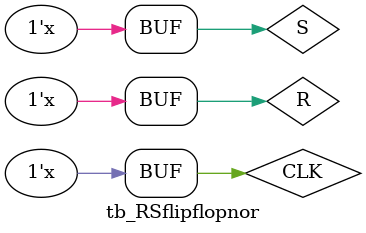
<source format=v>
`timescale 1ns / 1ps

module tb_RSflipflopnor;
reg S, R, CLK;
wire Q1, Q2;

RSflipflopnor tb_RSflipflop(.s(S), .r(R), .clk(CLK), .q1(Q1), .q2(Q2));

initial begin
CLK = 1'b1;
R = 1'b0;
S = 1'b1;
end

always begin
CLK = #50 ~CLK;
R = #50 ~R;
S = #50 ~S;
end
endmodule

</source>
